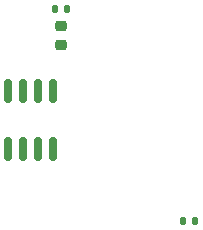
<source format=gbr>
%TF.GenerationSoftware,KiCad,Pcbnew,(6.0.0-0)*%
%TF.CreationDate,2022-07-13T15:20:42-04:00*%
%TF.ProjectId,ec,65632e6b-6963-4616-945f-706362585858,rev?*%
%TF.SameCoordinates,Original*%
%TF.FileFunction,Paste,Top*%
%TF.FilePolarity,Positive*%
%FSLAX46Y46*%
G04 Gerber Fmt 4.6, Leading zero omitted, Abs format (unit mm)*
G04 Created by KiCad (PCBNEW (6.0.0-0)) date 2022-07-13 15:20:42*
%MOMM*%
%LPD*%
G01*
G04 APERTURE LIST*
G04 Aperture macros list*
%AMRoundRect*
0 Rectangle with rounded corners*
0 $1 Rounding radius*
0 $2 $3 $4 $5 $6 $7 $8 $9 X,Y pos of 4 corners*
0 Add a 4 corners polygon primitive as box body*
4,1,4,$2,$3,$4,$5,$6,$7,$8,$9,$2,$3,0*
0 Add four circle primitives for the rounded corners*
1,1,$1+$1,$2,$3*
1,1,$1+$1,$4,$5*
1,1,$1+$1,$6,$7*
1,1,$1+$1,$8,$9*
0 Add four rect primitives between the rounded corners*
20,1,$1+$1,$2,$3,$4,$5,0*
20,1,$1+$1,$4,$5,$6,$7,0*
20,1,$1+$1,$6,$7,$8,$9,0*
20,1,$1+$1,$8,$9,$2,$3,0*%
G04 Aperture macros list end*
%ADD10RoundRect,0.135000X0.135000X0.185000X-0.135000X0.185000X-0.135000X-0.185000X0.135000X-0.185000X0*%
%ADD11RoundRect,0.150000X0.150000X-0.825000X0.150000X0.825000X-0.150000X0.825000X-0.150000X-0.825000X0*%
%ADD12RoundRect,0.218750X-0.256250X0.218750X-0.256250X-0.218750X0.256250X-0.218750X0.256250X0.218750X0*%
G04 APERTURE END LIST*
D10*
%TO.C,R2*%
X99062000Y-63754000D03*
X98042000Y-63754000D03*
%TD*%
D11*
%TO.C,U2*%
X94107000Y-75627000D03*
X95377000Y-75627000D03*
X96647000Y-75627000D03*
X97917000Y-75627000D03*
X97917000Y-70677000D03*
X96647000Y-70677000D03*
X95377000Y-70677000D03*
X94107000Y-70677000D03*
%TD*%
D12*
%TO.C,D1*%
X98552000Y-66827500D03*
X98552000Y-65252500D03*
%TD*%
D10*
%TO.C,R1*%
X109910000Y-81700000D03*
X108890000Y-81700000D03*
%TD*%
M02*

</source>
